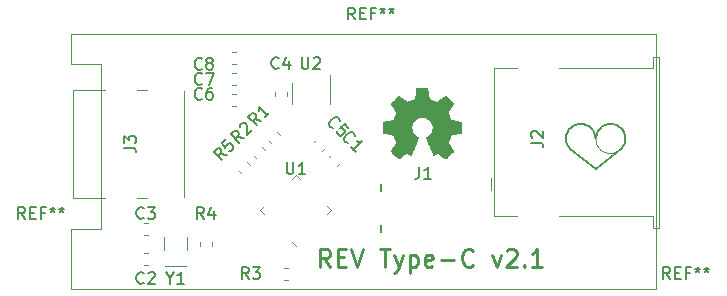
<source format=gbr>
G04 #@! TF.GenerationSoftware,KiCad,Pcbnew,(5.1.2)-1*
G04 #@! TF.CreationDate,2019-06-17T23:04:49-04:00*
G04 #@! TF.ProjectId,REV Type-C V2,52455620-5479-4706-952d-432056322e6b,rev?*
G04 #@! TF.SameCoordinates,Original*
G04 #@! TF.FileFunction,Legend,Top*
G04 #@! TF.FilePolarity,Positive*
%FSLAX46Y46*%
G04 Gerber Fmt 4.6, Leading zero omitted, Abs format (unit mm)*
G04 Created by KiCad (PCBNEW (5.1.2)-1) date 2019-06-17 23:04:49*
%MOMM*%
%LPD*%
G04 APERTURE LIST*
%ADD10C,0.200000*%
%ADD11C,0.120000*%
%ADD12C,0.225000*%
%ADD13C,0.050000*%
%ADD14C,0.010000*%
%ADD15C,0.150000*%
G04 APERTURE END LIST*
D10*
X97790000Y-34290000D02*
X95621974Y-32648026D01*
X99958026Y-32648026D02*
X97790000Y-34290000D01*
X97789999Y-31750000D02*
G75*
G02X99958026Y-32648026I1270001J0D01*
G01*
D11*
X100330000Y-31750000D02*
G75*
G02X100330000Y-31750000I-1270000J0D01*
G01*
D10*
X95621974Y-32648026D02*
G75*
G02X97790000Y-31750000I898026J898026D01*
G01*
D12*
X75320000Y-42588571D02*
X74820000Y-41874285D01*
X74462857Y-42588571D02*
X74462857Y-41088571D01*
X75034285Y-41088571D01*
X75177142Y-41160000D01*
X75248571Y-41231428D01*
X75320000Y-41374285D01*
X75320000Y-41588571D01*
X75248571Y-41731428D01*
X75177142Y-41802857D01*
X75034285Y-41874285D01*
X74462857Y-41874285D01*
X75962857Y-41802857D02*
X76462857Y-41802857D01*
X76677142Y-42588571D02*
X75962857Y-42588571D01*
X75962857Y-41088571D01*
X76677142Y-41088571D01*
X77105714Y-41088571D02*
X77605714Y-42588571D01*
X78105714Y-41088571D01*
X79534285Y-41088571D02*
X80391428Y-41088571D01*
X79962857Y-42588571D02*
X79962857Y-41088571D01*
X80748571Y-41588571D02*
X81105714Y-42588571D01*
X81462857Y-41588571D02*
X81105714Y-42588571D01*
X80962857Y-42945714D01*
X80891428Y-43017142D01*
X80748571Y-43088571D01*
X82034285Y-41588571D02*
X82034285Y-43088571D01*
X82034285Y-41660000D02*
X82177142Y-41588571D01*
X82462857Y-41588571D01*
X82605714Y-41660000D01*
X82677142Y-41731428D01*
X82748571Y-41874285D01*
X82748571Y-42302857D01*
X82677142Y-42445714D01*
X82605714Y-42517142D01*
X82462857Y-42588571D01*
X82177142Y-42588571D01*
X82034285Y-42517142D01*
X83962857Y-42517142D02*
X83820000Y-42588571D01*
X83534285Y-42588571D01*
X83391428Y-42517142D01*
X83320000Y-42374285D01*
X83320000Y-41802857D01*
X83391428Y-41660000D01*
X83534285Y-41588571D01*
X83820000Y-41588571D01*
X83962857Y-41660000D01*
X84034285Y-41802857D01*
X84034285Y-41945714D01*
X83320000Y-42088571D01*
X84677142Y-42017142D02*
X85820000Y-42017142D01*
X87391428Y-42445714D02*
X87320000Y-42517142D01*
X87105714Y-42588571D01*
X86962857Y-42588571D01*
X86748571Y-42517142D01*
X86605714Y-42374285D01*
X86534285Y-42231428D01*
X86462857Y-41945714D01*
X86462857Y-41731428D01*
X86534285Y-41445714D01*
X86605714Y-41302857D01*
X86748571Y-41160000D01*
X86962857Y-41088571D01*
X87105714Y-41088571D01*
X87320000Y-41160000D01*
X87391428Y-41231428D01*
X89034285Y-41588571D02*
X89391428Y-42588571D01*
X89748571Y-41588571D01*
X90248571Y-41231428D02*
X90320000Y-41160000D01*
X90462857Y-41088571D01*
X90820000Y-41088571D01*
X90962857Y-41160000D01*
X91034285Y-41231428D01*
X91105714Y-41374285D01*
X91105714Y-41517142D01*
X91034285Y-41731428D01*
X90177142Y-42588571D01*
X91105714Y-42588571D01*
X91748571Y-42445714D02*
X91820000Y-42517142D01*
X91748571Y-42588571D01*
X91677142Y-42517142D01*
X91748571Y-42445714D01*
X91748571Y-42588571D01*
X93248571Y-42588571D02*
X92391428Y-42588571D01*
X92820000Y-42588571D02*
X92820000Y-41088571D01*
X92677142Y-41302857D01*
X92534285Y-41445714D01*
X92391428Y-41517142D01*
D13*
X55880000Y-22860000D02*
X95250000Y-22860000D01*
X57150000Y-44450000D02*
X95250000Y-44450000D01*
X53340000Y-44450000D02*
X57150000Y-44450000D01*
X53340000Y-22860000D02*
X55880000Y-22860000D01*
X53340000Y-25400000D02*
X53340000Y-22860000D01*
X55880000Y-25400000D02*
X53340000Y-25400000D01*
X55880000Y-39370000D02*
X55880000Y-25400000D01*
X53340000Y-39370000D02*
X55880000Y-39370000D01*
X53340000Y-44450000D02*
X53340000Y-39370000D01*
X102870000Y-44450000D02*
X95250000Y-44450000D01*
X102870000Y-22860000D02*
X102870000Y-44450000D01*
X95250000Y-22860000D02*
X102870000Y-22860000D01*
D14*
G36*
X83625814Y-27948931D02*
G01*
X83709635Y-28393555D01*
X84018920Y-28521053D01*
X84328206Y-28648551D01*
X84699246Y-28396246D01*
X84803157Y-28325996D01*
X84897087Y-28263272D01*
X84976652Y-28210938D01*
X85037470Y-28171857D01*
X85075157Y-28148893D01*
X85085421Y-28143942D01*
X85103910Y-28156676D01*
X85143420Y-28191882D01*
X85199522Y-28245062D01*
X85267787Y-28311718D01*
X85343786Y-28387354D01*
X85423092Y-28467472D01*
X85501275Y-28547574D01*
X85573907Y-28623164D01*
X85636559Y-28689745D01*
X85684803Y-28742818D01*
X85714210Y-28777887D01*
X85721241Y-28789623D01*
X85711123Y-28811260D01*
X85682759Y-28858662D01*
X85639129Y-28927193D01*
X85583218Y-29012215D01*
X85518006Y-29109093D01*
X85480219Y-29164350D01*
X85411343Y-29265248D01*
X85350140Y-29356299D01*
X85299578Y-29432970D01*
X85262628Y-29490728D01*
X85242258Y-29525043D01*
X85239197Y-29532254D01*
X85246136Y-29552748D01*
X85265051Y-29600513D01*
X85293087Y-29668832D01*
X85327391Y-29750989D01*
X85365109Y-29840270D01*
X85403387Y-29929958D01*
X85439370Y-30013338D01*
X85470206Y-30083694D01*
X85493039Y-30134310D01*
X85505017Y-30158471D01*
X85505724Y-30159422D01*
X85524531Y-30164036D01*
X85574618Y-30174328D01*
X85650793Y-30189287D01*
X85747865Y-30207901D01*
X85860643Y-30229159D01*
X85926442Y-30241418D01*
X86046950Y-30264362D01*
X86155797Y-30286195D01*
X86247476Y-30305722D01*
X86316481Y-30321748D01*
X86357304Y-30333079D01*
X86365511Y-30336674D01*
X86373548Y-30361006D01*
X86380033Y-30415959D01*
X86384970Y-30495108D01*
X86388364Y-30592026D01*
X86390218Y-30700287D01*
X86390538Y-30813465D01*
X86389327Y-30925135D01*
X86386590Y-31028868D01*
X86382331Y-31118241D01*
X86376555Y-31186826D01*
X86369267Y-31228197D01*
X86364895Y-31236810D01*
X86338764Y-31247133D01*
X86283393Y-31261892D01*
X86206107Y-31279352D01*
X86114230Y-31297780D01*
X86082158Y-31303741D01*
X85927524Y-31332066D01*
X85805375Y-31354876D01*
X85711673Y-31373080D01*
X85642384Y-31387583D01*
X85593471Y-31399292D01*
X85560897Y-31409115D01*
X85540628Y-31417956D01*
X85528626Y-31426724D01*
X85526947Y-31428457D01*
X85510184Y-31456371D01*
X85484614Y-31510695D01*
X85452788Y-31584777D01*
X85417260Y-31671965D01*
X85380583Y-31765608D01*
X85345311Y-31859052D01*
X85313996Y-31945647D01*
X85289193Y-32018740D01*
X85273454Y-32071678D01*
X85269332Y-32097811D01*
X85269676Y-32098726D01*
X85283641Y-32120086D01*
X85315322Y-32167084D01*
X85361391Y-32234827D01*
X85418518Y-32318423D01*
X85483373Y-32412982D01*
X85501843Y-32439854D01*
X85567699Y-32537275D01*
X85625650Y-32626163D01*
X85672538Y-32701412D01*
X85705207Y-32757920D01*
X85720500Y-32790581D01*
X85721241Y-32794593D01*
X85708392Y-32815684D01*
X85672888Y-32857464D01*
X85619293Y-32915445D01*
X85552171Y-32985135D01*
X85476087Y-33062045D01*
X85395604Y-33141683D01*
X85315287Y-33219561D01*
X85239699Y-33291186D01*
X85173405Y-33352070D01*
X85120969Y-33397721D01*
X85086955Y-33423650D01*
X85077545Y-33427883D01*
X85055643Y-33417912D01*
X85010800Y-33391020D01*
X84950321Y-33351736D01*
X84903789Y-33320117D01*
X84819475Y-33262098D01*
X84719626Y-33193784D01*
X84619473Y-33125579D01*
X84565627Y-33089075D01*
X84383371Y-32965800D01*
X84230381Y-33048520D01*
X84160682Y-33084759D01*
X84101414Y-33112926D01*
X84061311Y-33128991D01*
X84051103Y-33131226D01*
X84038829Y-33114722D01*
X84014613Y-33068082D01*
X83980263Y-32995609D01*
X83937588Y-32901606D01*
X83888394Y-32790374D01*
X83834490Y-32666215D01*
X83777684Y-32533432D01*
X83719782Y-32396327D01*
X83662593Y-32259202D01*
X83607924Y-32126358D01*
X83557584Y-32002098D01*
X83513380Y-31890725D01*
X83477119Y-31796539D01*
X83450609Y-31723844D01*
X83435658Y-31676941D01*
X83433254Y-31660833D01*
X83452311Y-31640286D01*
X83494036Y-31606933D01*
X83549706Y-31567702D01*
X83554378Y-31564599D01*
X83698264Y-31449423D01*
X83814283Y-31315053D01*
X83901430Y-31165784D01*
X83958699Y-31005913D01*
X83985086Y-30839737D01*
X83979585Y-30671552D01*
X83941190Y-30505655D01*
X83868895Y-30346342D01*
X83847626Y-30311487D01*
X83736996Y-30170737D01*
X83606302Y-30057714D01*
X83460064Y-29973003D01*
X83302808Y-29917194D01*
X83139057Y-29890874D01*
X82973333Y-29894630D01*
X82810162Y-29929050D01*
X82654065Y-29994723D01*
X82509567Y-30092235D01*
X82464869Y-30131813D01*
X82351112Y-30255703D01*
X82268218Y-30386124D01*
X82211356Y-30532315D01*
X82179687Y-30677088D01*
X82171869Y-30839860D01*
X82197938Y-31003440D01*
X82255245Y-31162298D01*
X82341144Y-31310906D01*
X82452986Y-31443735D01*
X82588123Y-31555256D01*
X82605883Y-31567011D01*
X82662150Y-31605508D01*
X82704923Y-31638863D01*
X82725372Y-31660160D01*
X82725669Y-31660833D01*
X82721279Y-31683871D01*
X82703876Y-31736157D01*
X82675268Y-31813390D01*
X82637265Y-31911268D01*
X82591674Y-32025491D01*
X82540303Y-32151758D01*
X82484962Y-32285767D01*
X82427458Y-32423218D01*
X82369601Y-32559808D01*
X82313198Y-32691237D01*
X82260058Y-32813205D01*
X82211990Y-32921409D01*
X82170801Y-33011549D01*
X82138301Y-33079323D01*
X82116297Y-33120430D01*
X82107436Y-33131226D01*
X82080360Y-33122819D01*
X82029697Y-33100272D01*
X81964183Y-33067613D01*
X81928159Y-33048520D01*
X81775168Y-32965800D01*
X81592912Y-33089075D01*
X81499875Y-33152228D01*
X81398015Y-33221727D01*
X81302562Y-33287165D01*
X81254750Y-33320117D01*
X81187505Y-33365273D01*
X81130564Y-33401057D01*
X81091354Y-33422938D01*
X81078619Y-33427563D01*
X81060083Y-33415085D01*
X81019059Y-33380252D01*
X80959525Y-33326678D01*
X80885458Y-33257983D01*
X80800835Y-33177781D01*
X80747315Y-33126286D01*
X80653681Y-33034286D01*
X80572759Y-32951999D01*
X80507823Y-32882945D01*
X80462142Y-32830644D01*
X80438989Y-32798616D01*
X80436768Y-32792116D01*
X80447076Y-32767394D01*
X80475561Y-32717405D01*
X80519063Y-32647212D01*
X80574423Y-32561875D01*
X80638480Y-32466456D01*
X80656697Y-32439854D01*
X80723073Y-32343167D01*
X80782622Y-32256117D01*
X80832016Y-32183595D01*
X80867925Y-32130493D01*
X80887019Y-32101703D01*
X80888864Y-32098726D01*
X80886105Y-32075782D01*
X80871462Y-32025336D01*
X80847487Y-31954041D01*
X80816734Y-31868547D01*
X80781756Y-31775507D01*
X80745107Y-31681574D01*
X80709339Y-31593399D01*
X80677006Y-31517634D01*
X80650662Y-31460931D01*
X80632858Y-31429943D01*
X80631593Y-31428457D01*
X80620706Y-31419601D01*
X80602318Y-31410843D01*
X80572394Y-31401277D01*
X80526897Y-31389996D01*
X80461791Y-31376093D01*
X80373039Y-31358663D01*
X80256607Y-31336798D01*
X80108458Y-31309591D01*
X80076382Y-31303741D01*
X79981314Y-31285374D01*
X79898435Y-31267405D01*
X79835070Y-31251569D01*
X79798542Y-31239600D01*
X79793644Y-31236810D01*
X79785573Y-31212072D01*
X79779013Y-31156790D01*
X79773967Y-31077389D01*
X79770441Y-30980296D01*
X79768439Y-30871938D01*
X79767964Y-30758740D01*
X79769023Y-30647128D01*
X79771618Y-30543529D01*
X79775754Y-30454368D01*
X79781437Y-30386072D01*
X79788669Y-30345066D01*
X79793029Y-30336674D01*
X79817302Y-30328208D01*
X79872574Y-30314435D01*
X79953338Y-30296550D01*
X80054088Y-30275748D01*
X80169317Y-30253223D01*
X80232098Y-30241418D01*
X80351213Y-30219151D01*
X80457435Y-30198979D01*
X80545573Y-30181915D01*
X80610434Y-30168969D01*
X80646826Y-30161155D01*
X80652816Y-30159422D01*
X80662939Y-30139890D01*
X80684338Y-30092843D01*
X80714161Y-30025003D01*
X80749555Y-29943091D01*
X80787668Y-29853828D01*
X80825647Y-29763935D01*
X80860640Y-29680135D01*
X80889794Y-29609147D01*
X80910257Y-29557694D01*
X80919177Y-29532497D01*
X80919343Y-29531396D01*
X80909231Y-29511519D01*
X80880883Y-29465777D01*
X80837277Y-29398717D01*
X80781394Y-29314884D01*
X80716213Y-29218826D01*
X80678321Y-29163650D01*
X80609275Y-29062481D01*
X80547950Y-28970630D01*
X80497337Y-28892744D01*
X80460429Y-28833469D01*
X80440218Y-28797451D01*
X80437299Y-28789377D01*
X80449847Y-28770584D01*
X80484537Y-28730457D01*
X80536937Y-28673493D01*
X80602616Y-28604185D01*
X80677144Y-28527031D01*
X80756087Y-28446525D01*
X80835017Y-28367163D01*
X80909500Y-28293440D01*
X80975106Y-28229852D01*
X81027404Y-28180894D01*
X81061961Y-28151061D01*
X81073522Y-28143942D01*
X81092346Y-28153953D01*
X81137369Y-28182078D01*
X81204213Y-28225454D01*
X81288501Y-28281218D01*
X81385856Y-28346506D01*
X81459293Y-28396246D01*
X81830333Y-28648551D01*
X82448905Y-28393555D01*
X82532725Y-27948931D01*
X82616546Y-27504307D01*
X83541994Y-27504307D01*
X83625814Y-27948931D01*
X83625814Y-27948931D01*
G37*
X83625814Y-27948931D02*
X83709635Y-28393555D01*
X84018920Y-28521053D01*
X84328206Y-28648551D01*
X84699246Y-28396246D01*
X84803157Y-28325996D01*
X84897087Y-28263272D01*
X84976652Y-28210938D01*
X85037470Y-28171857D01*
X85075157Y-28148893D01*
X85085421Y-28143942D01*
X85103910Y-28156676D01*
X85143420Y-28191882D01*
X85199522Y-28245062D01*
X85267787Y-28311718D01*
X85343786Y-28387354D01*
X85423092Y-28467472D01*
X85501275Y-28547574D01*
X85573907Y-28623164D01*
X85636559Y-28689745D01*
X85684803Y-28742818D01*
X85714210Y-28777887D01*
X85721241Y-28789623D01*
X85711123Y-28811260D01*
X85682759Y-28858662D01*
X85639129Y-28927193D01*
X85583218Y-29012215D01*
X85518006Y-29109093D01*
X85480219Y-29164350D01*
X85411343Y-29265248D01*
X85350140Y-29356299D01*
X85299578Y-29432970D01*
X85262628Y-29490728D01*
X85242258Y-29525043D01*
X85239197Y-29532254D01*
X85246136Y-29552748D01*
X85265051Y-29600513D01*
X85293087Y-29668832D01*
X85327391Y-29750989D01*
X85365109Y-29840270D01*
X85403387Y-29929958D01*
X85439370Y-30013338D01*
X85470206Y-30083694D01*
X85493039Y-30134310D01*
X85505017Y-30158471D01*
X85505724Y-30159422D01*
X85524531Y-30164036D01*
X85574618Y-30174328D01*
X85650793Y-30189287D01*
X85747865Y-30207901D01*
X85860643Y-30229159D01*
X85926442Y-30241418D01*
X86046950Y-30264362D01*
X86155797Y-30286195D01*
X86247476Y-30305722D01*
X86316481Y-30321748D01*
X86357304Y-30333079D01*
X86365511Y-30336674D01*
X86373548Y-30361006D01*
X86380033Y-30415959D01*
X86384970Y-30495108D01*
X86388364Y-30592026D01*
X86390218Y-30700287D01*
X86390538Y-30813465D01*
X86389327Y-30925135D01*
X86386590Y-31028868D01*
X86382331Y-31118241D01*
X86376555Y-31186826D01*
X86369267Y-31228197D01*
X86364895Y-31236810D01*
X86338764Y-31247133D01*
X86283393Y-31261892D01*
X86206107Y-31279352D01*
X86114230Y-31297780D01*
X86082158Y-31303741D01*
X85927524Y-31332066D01*
X85805375Y-31354876D01*
X85711673Y-31373080D01*
X85642384Y-31387583D01*
X85593471Y-31399292D01*
X85560897Y-31409115D01*
X85540628Y-31417956D01*
X85528626Y-31426724D01*
X85526947Y-31428457D01*
X85510184Y-31456371D01*
X85484614Y-31510695D01*
X85452788Y-31584777D01*
X85417260Y-31671965D01*
X85380583Y-31765608D01*
X85345311Y-31859052D01*
X85313996Y-31945647D01*
X85289193Y-32018740D01*
X85273454Y-32071678D01*
X85269332Y-32097811D01*
X85269676Y-32098726D01*
X85283641Y-32120086D01*
X85315322Y-32167084D01*
X85361391Y-32234827D01*
X85418518Y-32318423D01*
X85483373Y-32412982D01*
X85501843Y-32439854D01*
X85567699Y-32537275D01*
X85625650Y-32626163D01*
X85672538Y-32701412D01*
X85705207Y-32757920D01*
X85720500Y-32790581D01*
X85721241Y-32794593D01*
X85708392Y-32815684D01*
X85672888Y-32857464D01*
X85619293Y-32915445D01*
X85552171Y-32985135D01*
X85476087Y-33062045D01*
X85395604Y-33141683D01*
X85315287Y-33219561D01*
X85239699Y-33291186D01*
X85173405Y-33352070D01*
X85120969Y-33397721D01*
X85086955Y-33423650D01*
X85077545Y-33427883D01*
X85055643Y-33417912D01*
X85010800Y-33391020D01*
X84950321Y-33351736D01*
X84903789Y-33320117D01*
X84819475Y-33262098D01*
X84719626Y-33193784D01*
X84619473Y-33125579D01*
X84565627Y-33089075D01*
X84383371Y-32965800D01*
X84230381Y-33048520D01*
X84160682Y-33084759D01*
X84101414Y-33112926D01*
X84061311Y-33128991D01*
X84051103Y-33131226D01*
X84038829Y-33114722D01*
X84014613Y-33068082D01*
X83980263Y-32995609D01*
X83937588Y-32901606D01*
X83888394Y-32790374D01*
X83834490Y-32666215D01*
X83777684Y-32533432D01*
X83719782Y-32396327D01*
X83662593Y-32259202D01*
X83607924Y-32126358D01*
X83557584Y-32002098D01*
X83513380Y-31890725D01*
X83477119Y-31796539D01*
X83450609Y-31723844D01*
X83435658Y-31676941D01*
X83433254Y-31660833D01*
X83452311Y-31640286D01*
X83494036Y-31606933D01*
X83549706Y-31567702D01*
X83554378Y-31564599D01*
X83698264Y-31449423D01*
X83814283Y-31315053D01*
X83901430Y-31165784D01*
X83958699Y-31005913D01*
X83985086Y-30839737D01*
X83979585Y-30671552D01*
X83941190Y-30505655D01*
X83868895Y-30346342D01*
X83847626Y-30311487D01*
X83736996Y-30170737D01*
X83606302Y-30057714D01*
X83460064Y-29973003D01*
X83302808Y-29917194D01*
X83139057Y-29890874D01*
X82973333Y-29894630D01*
X82810162Y-29929050D01*
X82654065Y-29994723D01*
X82509567Y-30092235D01*
X82464869Y-30131813D01*
X82351112Y-30255703D01*
X82268218Y-30386124D01*
X82211356Y-30532315D01*
X82179687Y-30677088D01*
X82171869Y-30839860D01*
X82197938Y-31003440D01*
X82255245Y-31162298D01*
X82341144Y-31310906D01*
X82452986Y-31443735D01*
X82588123Y-31555256D01*
X82605883Y-31567011D01*
X82662150Y-31605508D01*
X82704923Y-31638863D01*
X82725372Y-31660160D01*
X82725669Y-31660833D01*
X82721279Y-31683871D01*
X82703876Y-31736157D01*
X82675268Y-31813390D01*
X82637265Y-31911268D01*
X82591674Y-32025491D01*
X82540303Y-32151758D01*
X82484962Y-32285767D01*
X82427458Y-32423218D01*
X82369601Y-32559808D01*
X82313198Y-32691237D01*
X82260058Y-32813205D01*
X82211990Y-32921409D01*
X82170801Y-33011549D01*
X82138301Y-33079323D01*
X82116297Y-33120430D01*
X82107436Y-33131226D01*
X82080360Y-33122819D01*
X82029697Y-33100272D01*
X81964183Y-33067613D01*
X81928159Y-33048520D01*
X81775168Y-32965800D01*
X81592912Y-33089075D01*
X81499875Y-33152228D01*
X81398015Y-33221727D01*
X81302562Y-33287165D01*
X81254750Y-33320117D01*
X81187505Y-33365273D01*
X81130564Y-33401057D01*
X81091354Y-33422938D01*
X81078619Y-33427563D01*
X81060083Y-33415085D01*
X81019059Y-33380252D01*
X80959525Y-33326678D01*
X80885458Y-33257983D01*
X80800835Y-33177781D01*
X80747315Y-33126286D01*
X80653681Y-33034286D01*
X80572759Y-32951999D01*
X80507823Y-32882945D01*
X80462142Y-32830644D01*
X80438989Y-32798616D01*
X80436768Y-32792116D01*
X80447076Y-32767394D01*
X80475561Y-32717405D01*
X80519063Y-32647212D01*
X80574423Y-32561875D01*
X80638480Y-32466456D01*
X80656697Y-32439854D01*
X80723073Y-32343167D01*
X80782622Y-32256117D01*
X80832016Y-32183595D01*
X80867925Y-32130493D01*
X80887019Y-32101703D01*
X80888864Y-32098726D01*
X80886105Y-32075782D01*
X80871462Y-32025336D01*
X80847487Y-31954041D01*
X80816734Y-31868547D01*
X80781756Y-31775507D01*
X80745107Y-31681574D01*
X80709339Y-31593399D01*
X80677006Y-31517634D01*
X80650662Y-31460931D01*
X80632858Y-31429943D01*
X80631593Y-31428457D01*
X80620706Y-31419601D01*
X80602318Y-31410843D01*
X80572394Y-31401277D01*
X80526897Y-31389996D01*
X80461791Y-31376093D01*
X80373039Y-31358663D01*
X80256607Y-31336798D01*
X80108458Y-31309591D01*
X80076382Y-31303741D01*
X79981314Y-31285374D01*
X79898435Y-31267405D01*
X79835070Y-31251569D01*
X79798542Y-31239600D01*
X79793644Y-31236810D01*
X79785573Y-31212072D01*
X79779013Y-31156790D01*
X79773967Y-31077389D01*
X79770441Y-30980296D01*
X79768439Y-30871938D01*
X79767964Y-30758740D01*
X79769023Y-30647128D01*
X79771618Y-30543529D01*
X79775754Y-30454368D01*
X79781437Y-30386072D01*
X79788669Y-30345066D01*
X79793029Y-30336674D01*
X79817302Y-30328208D01*
X79872574Y-30314435D01*
X79953338Y-30296550D01*
X80054088Y-30275748D01*
X80169317Y-30253223D01*
X80232098Y-30241418D01*
X80351213Y-30219151D01*
X80457435Y-30198979D01*
X80545573Y-30181915D01*
X80610434Y-30168969D01*
X80646826Y-30161155D01*
X80652816Y-30159422D01*
X80662939Y-30139890D01*
X80684338Y-30092843D01*
X80714161Y-30025003D01*
X80749555Y-29943091D01*
X80787668Y-29853828D01*
X80825647Y-29763935D01*
X80860640Y-29680135D01*
X80889794Y-29609147D01*
X80910257Y-29557694D01*
X80919177Y-29532497D01*
X80919343Y-29531396D01*
X80909231Y-29511519D01*
X80880883Y-29465777D01*
X80837277Y-29398717D01*
X80781394Y-29314884D01*
X80716213Y-29218826D01*
X80678321Y-29163650D01*
X80609275Y-29062481D01*
X80547950Y-28970630D01*
X80497337Y-28892744D01*
X80460429Y-28833469D01*
X80440218Y-28797451D01*
X80437299Y-28789377D01*
X80449847Y-28770584D01*
X80484537Y-28730457D01*
X80536937Y-28673493D01*
X80602616Y-28604185D01*
X80677144Y-28527031D01*
X80756087Y-28446525D01*
X80835017Y-28367163D01*
X80909500Y-28293440D01*
X80975106Y-28229852D01*
X81027404Y-28180894D01*
X81061961Y-28151061D01*
X81073522Y-28143942D01*
X81092346Y-28153953D01*
X81137369Y-28182078D01*
X81204213Y-28225454D01*
X81288501Y-28281218D01*
X81385856Y-28346506D01*
X81459293Y-28396246D01*
X81830333Y-28648551D01*
X82448905Y-28393555D01*
X82532725Y-27948931D01*
X82616546Y-27504307D01*
X83541994Y-27504307D01*
X83625814Y-27948931D01*
D11*
X103160000Y-39310000D02*
X103160000Y-24810000D01*
X103160000Y-24810000D02*
X102660000Y-24810000D01*
X102660000Y-24810000D02*
X102660000Y-25810000D01*
X102660000Y-25810000D02*
X94660000Y-25810000D01*
X91160000Y-25810000D02*
X89160000Y-25810000D01*
X89160000Y-25810000D02*
X89160000Y-38310000D01*
X89160000Y-38310000D02*
X91160000Y-38310000D01*
X94660000Y-38310000D02*
X102660000Y-38310000D01*
X102660000Y-38310000D02*
X102660000Y-39310000D01*
X102660000Y-39310000D02*
X103160000Y-39310000D01*
X88910000Y-36060000D02*
X88910000Y-35060000D01*
X59830000Y-27590000D02*
X58930000Y-27590000D01*
X59830000Y-36780000D02*
X58930000Y-36780000D01*
X56230000Y-27590000D02*
X53500000Y-27590000D01*
X56230000Y-36780000D02*
X53500000Y-36780000D01*
X62910000Y-27710000D02*
X62910000Y-36660000D01*
X53500000Y-27590000D02*
X53500000Y-36780000D01*
X69775593Y-32696426D02*
X69545388Y-32466221D01*
X69054344Y-33417675D02*
X68824139Y-33187470D01*
X71041314Y-31430705D02*
X70811109Y-31200500D01*
X70320065Y-32151954D02*
X70089860Y-31921749D01*
D15*
X79610000Y-36195000D02*
X79610000Y-35595000D01*
X79610000Y-39095000D02*
X79610000Y-39695000D01*
D11*
X72054124Y-40468064D02*
X72390000Y-40803940D01*
X72390000Y-34835958D02*
X72054124Y-35171834D01*
X72725876Y-35171834D02*
X72390000Y-34835958D01*
X75373991Y-37819949D02*
X75038115Y-38155825D01*
X75038115Y-37484073D02*
X75373991Y-37819949D01*
X69406009Y-37819949D02*
X69741885Y-37484073D01*
X69741885Y-38155825D02*
X69406009Y-37819949D01*
X75270000Y-28840000D02*
X75270000Y-26390000D01*
X72050000Y-27040000D02*
X72050000Y-28840000D01*
X70610000Y-27777221D02*
X70610000Y-28102779D01*
X71630000Y-27777221D02*
X71630000Y-28102779D01*
X75888675Y-34052574D02*
X76118880Y-33822369D01*
X75167426Y-33331325D02*
X75397631Y-33101120D01*
X61330000Y-42570000D02*
X63130000Y-42570000D01*
X63180000Y-41170000D02*
X63180000Y-40070000D01*
X61280000Y-41170000D02*
X61280000Y-40070000D01*
X67558418Y-34453192D02*
X67788623Y-34683397D01*
X68279667Y-33731943D02*
X68509872Y-33962148D01*
X64260000Y-40477221D02*
X64260000Y-40802779D01*
X65280000Y-40477221D02*
X65280000Y-40802779D01*
X71439721Y-43690000D02*
X71765279Y-43690000D01*
X71439721Y-42670000D02*
X71765279Y-42670000D01*
X67309214Y-24427500D02*
X66983656Y-24427500D01*
X67309214Y-25447500D02*
X66983656Y-25447500D01*
X67309214Y-26217500D02*
X66983656Y-26217500D01*
X67309214Y-27237500D02*
X66983656Y-27237500D01*
X67309214Y-28007500D02*
X66983656Y-28007500D01*
X67309214Y-29027500D02*
X66983656Y-29027500D01*
X74618675Y-32782574D02*
X74848880Y-32552369D01*
X73897426Y-32061325D02*
X74127631Y-31831120D01*
X59852779Y-38860000D02*
X59527221Y-38860000D01*
X59852779Y-39880000D02*
X59527221Y-39880000D01*
X59852779Y-41400000D02*
X59527221Y-41400000D01*
X59852779Y-42420000D02*
X59527221Y-42420000D01*
D15*
X92332380Y-32083333D02*
X93046666Y-32083333D01*
X93189523Y-32130952D01*
X93284761Y-32226190D01*
X93332380Y-32369047D01*
X93332380Y-32464285D01*
X92427619Y-31654761D02*
X92380000Y-31607142D01*
X92332380Y-31511904D01*
X92332380Y-31273809D01*
X92380000Y-31178571D01*
X92427619Y-31130952D01*
X92522857Y-31083333D01*
X92618095Y-31083333D01*
X92760952Y-31130952D01*
X93332380Y-31702380D01*
X93332380Y-31083333D01*
X57872380Y-32518333D02*
X58586666Y-32518333D01*
X58729523Y-32565952D01*
X58824761Y-32661190D01*
X58872380Y-32804047D01*
X58872380Y-32899285D01*
X57872380Y-32137380D02*
X57872380Y-31518333D01*
X58253333Y-31851666D01*
X58253333Y-31708809D01*
X58300952Y-31613571D01*
X58348571Y-31565952D01*
X58443809Y-31518333D01*
X58681904Y-31518333D01*
X58777142Y-31565952D01*
X58824761Y-31613571D01*
X58872380Y-31708809D01*
X58872380Y-31994523D01*
X58824761Y-32089761D01*
X58777142Y-32137380D01*
X49466666Y-38552380D02*
X49133333Y-38076190D01*
X48895238Y-38552380D02*
X48895238Y-37552380D01*
X49276190Y-37552380D01*
X49371428Y-37600000D01*
X49419047Y-37647619D01*
X49466666Y-37742857D01*
X49466666Y-37885714D01*
X49419047Y-37980952D01*
X49371428Y-38028571D01*
X49276190Y-38076190D01*
X48895238Y-38076190D01*
X49895238Y-38028571D02*
X50228571Y-38028571D01*
X50371428Y-38552380D02*
X49895238Y-38552380D01*
X49895238Y-37552380D01*
X50371428Y-37552380D01*
X51133333Y-38028571D02*
X50800000Y-38028571D01*
X50800000Y-38552380D02*
X50800000Y-37552380D01*
X51276190Y-37552380D01*
X51800000Y-37552380D02*
X51800000Y-37790476D01*
X51561904Y-37695238D02*
X51800000Y-37790476D01*
X52038095Y-37695238D01*
X51657142Y-37980952D02*
X51800000Y-37790476D01*
X51942857Y-37980952D01*
X52561904Y-37552380D02*
X52561904Y-37790476D01*
X52323809Y-37695238D02*
X52561904Y-37790476D01*
X52800000Y-37695238D01*
X52419047Y-37980952D02*
X52561904Y-37790476D01*
X52704761Y-37980952D01*
X104076666Y-43632380D02*
X103743333Y-43156190D01*
X103505238Y-43632380D02*
X103505238Y-42632380D01*
X103886190Y-42632380D01*
X103981428Y-42680000D01*
X104029047Y-42727619D01*
X104076666Y-42822857D01*
X104076666Y-42965714D01*
X104029047Y-43060952D01*
X103981428Y-43108571D01*
X103886190Y-43156190D01*
X103505238Y-43156190D01*
X104505238Y-43108571D02*
X104838571Y-43108571D01*
X104981428Y-43632380D02*
X104505238Y-43632380D01*
X104505238Y-42632380D01*
X104981428Y-42632380D01*
X105743333Y-43108571D02*
X105410000Y-43108571D01*
X105410000Y-43632380D02*
X105410000Y-42632380D01*
X105886190Y-42632380D01*
X106410000Y-42632380D02*
X106410000Y-42870476D01*
X106171904Y-42775238D02*
X106410000Y-42870476D01*
X106648095Y-42775238D01*
X106267142Y-43060952D02*
X106410000Y-42870476D01*
X106552857Y-43060952D01*
X107171904Y-42632380D02*
X107171904Y-42870476D01*
X106933809Y-42775238D02*
X107171904Y-42870476D01*
X107410000Y-42775238D01*
X107029047Y-43060952D02*
X107171904Y-42870476D01*
X107314761Y-43060952D01*
X68012030Y-31687732D02*
X67439610Y-31586717D01*
X67607969Y-32091793D02*
X66900862Y-31384687D01*
X67170236Y-31115312D01*
X67271251Y-31081641D01*
X67338595Y-31081641D01*
X67439610Y-31115312D01*
X67540625Y-31216328D01*
X67574297Y-31317343D01*
X67574297Y-31384687D01*
X67540625Y-31485702D01*
X67271251Y-31755076D01*
X67641641Y-30778595D02*
X67641641Y-30711251D01*
X67675312Y-30610236D01*
X67843671Y-30441877D01*
X67944687Y-30408206D01*
X68012030Y-30408206D01*
X68113045Y-30441877D01*
X68180389Y-30509221D01*
X68247732Y-30643908D01*
X68247732Y-31452030D01*
X68685465Y-31014297D01*
X69482030Y-30217732D02*
X68909610Y-30116717D01*
X69077969Y-30621793D02*
X68370862Y-29914687D01*
X68640236Y-29645312D01*
X68741251Y-29611641D01*
X68808595Y-29611641D01*
X68909610Y-29645312D01*
X69010625Y-29746328D01*
X69044297Y-29847343D01*
X69044297Y-29914687D01*
X69010625Y-30015702D01*
X68741251Y-30285076D01*
X70155465Y-29544297D02*
X69751404Y-29948358D01*
X69953435Y-29746328D02*
X69246328Y-29039221D01*
X69280000Y-29207580D01*
X69280000Y-29342267D01*
X69246328Y-29443282D01*
X77406666Y-21652380D02*
X77073333Y-21176190D01*
X76835238Y-21652380D02*
X76835238Y-20652380D01*
X77216190Y-20652380D01*
X77311428Y-20700000D01*
X77359047Y-20747619D01*
X77406666Y-20842857D01*
X77406666Y-20985714D01*
X77359047Y-21080952D01*
X77311428Y-21128571D01*
X77216190Y-21176190D01*
X76835238Y-21176190D01*
X77835238Y-21128571D02*
X78168571Y-21128571D01*
X78311428Y-21652380D02*
X77835238Y-21652380D01*
X77835238Y-20652380D01*
X78311428Y-20652380D01*
X79073333Y-21128571D02*
X78740000Y-21128571D01*
X78740000Y-21652380D02*
X78740000Y-20652380D01*
X79216190Y-20652380D01*
X79740000Y-20652380D02*
X79740000Y-20890476D01*
X79501904Y-20795238D02*
X79740000Y-20890476D01*
X79978095Y-20795238D01*
X79597142Y-21080952D02*
X79740000Y-20890476D01*
X79882857Y-21080952D01*
X80501904Y-20652380D02*
X80501904Y-20890476D01*
X80263809Y-20795238D02*
X80501904Y-20890476D01*
X80740000Y-20795238D01*
X80359047Y-21080952D02*
X80501904Y-20890476D01*
X80644761Y-21080952D01*
X82846666Y-34137380D02*
X82846666Y-34851666D01*
X82799047Y-34994523D01*
X82703809Y-35089761D01*
X82560952Y-35137380D01*
X82465714Y-35137380D01*
X83846666Y-35137380D02*
X83275238Y-35137380D01*
X83560952Y-35137380D02*
X83560952Y-34137380D01*
X83465714Y-34280238D01*
X83370476Y-34375476D01*
X83275238Y-34423095D01*
X71628095Y-33742380D02*
X71628095Y-34551904D01*
X71675714Y-34647142D01*
X71723333Y-34694761D01*
X71818571Y-34742380D01*
X72009047Y-34742380D01*
X72104285Y-34694761D01*
X72151904Y-34647142D01*
X72199523Y-34551904D01*
X72199523Y-33742380D01*
X73199523Y-34742380D02*
X72628095Y-34742380D01*
X72913809Y-34742380D02*
X72913809Y-33742380D01*
X72818571Y-33885238D01*
X72723333Y-33980476D01*
X72628095Y-34028095D01*
X72898095Y-24852380D02*
X72898095Y-25661904D01*
X72945714Y-25757142D01*
X72993333Y-25804761D01*
X73088571Y-25852380D01*
X73279047Y-25852380D01*
X73374285Y-25804761D01*
X73421904Y-25757142D01*
X73469523Y-25661904D01*
X73469523Y-24852380D01*
X73898095Y-24947619D02*
X73945714Y-24900000D01*
X74040952Y-24852380D01*
X74279047Y-24852380D01*
X74374285Y-24900000D01*
X74421904Y-24947619D01*
X74469523Y-25042857D01*
X74469523Y-25138095D01*
X74421904Y-25280952D01*
X73850476Y-25852380D01*
X74469523Y-25852380D01*
X70953333Y-25757142D02*
X70905714Y-25804761D01*
X70762857Y-25852380D01*
X70667619Y-25852380D01*
X70524761Y-25804761D01*
X70429523Y-25709523D01*
X70381904Y-25614285D01*
X70334285Y-25423809D01*
X70334285Y-25280952D01*
X70381904Y-25090476D01*
X70429523Y-24995238D01*
X70524761Y-24900000D01*
X70667619Y-24852380D01*
X70762857Y-24852380D01*
X70905714Y-24900000D01*
X70953333Y-24947619D01*
X71810476Y-25185714D02*
X71810476Y-25852380D01*
X71572380Y-24804761D02*
X71334285Y-25519047D01*
X71953333Y-25519047D01*
X76849610Y-32134687D02*
X76782267Y-32134687D01*
X76647580Y-32067343D01*
X76580236Y-31999999D01*
X76512893Y-31865312D01*
X76512893Y-31730625D01*
X76546564Y-31629610D01*
X76647580Y-31461251D01*
X76748595Y-31360236D01*
X76916954Y-31259221D01*
X77017969Y-31225549D01*
X77152656Y-31225549D01*
X77287343Y-31292893D01*
X77354687Y-31360236D01*
X77422030Y-31494923D01*
X77422030Y-31562267D01*
X77455702Y-32875465D02*
X77051641Y-32471404D01*
X77253671Y-32673435D02*
X77960778Y-31966328D01*
X77792419Y-32000000D01*
X77657732Y-31999999D01*
X77556717Y-31966328D01*
X61753809Y-43556190D02*
X61753809Y-44032380D01*
X61420476Y-43032380D02*
X61753809Y-43556190D01*
X62087142Y-43032380D01*
X62944285Y-44032380D02*
X62372857Y-44032380D01*
X62658571Y-44032380D02*
X62658571Y-43032380D01*
X62563333Y-43175238D01*
X62468095Y-43270476D01*
X62372857Y-43318095D01*
X66542030Y-33157732D02*
X65969610Y-33056717D01*
X66137969Y-33561793D02*
X65430862Y-32854687D01*
X65700236Y-32585312D01*
X65801251Y-32551641D01*
X65868595Y-32551641D01*
X65969610Y-32585312D01*
X66070625Y-32686328D01*
X66104297Y-32787343D01*
X66104297Y-32854687D01*
X66070625Y-32955702D01*
X65801251Y-33225076D01*
X66474687Y-31810862D02*
X66137969Y-32147580D01*
X66441015Y-32517969D01*
X66441015Y-32450625D01*
X66474687Y-32349610D01*
X66643045Y-32181251D01*
X66744061Y-32147580D01*
X66811404Y-32147580D01*
X66912419Y-32181251D01*
X67080778Y-32349610D01*
X67114450Y-32450625D01*
X67114450Y-32517969D01*
X67080778Y-32618984D01*
X66912419Y-32787343D01*
X66811404Y-32821015D01*
X66744061Y-32821015D01*
X64603333Y-38552380D02*
X64270000Y-38076190D01*
X64031904Y-38552380D02*
X64031904Y-37552380D01*
X64412857Y-37552380D01*
X64508095Y-37600000D01*
X64555714Y-37647619D01*
X64603333Y-37742857D01*
X64603333Y-37885714D01*
X64555714Y-37980952D01*
X64508095Y-38028571D01*
X64412857Y-38076190D01*
X64031904Y-38076190D01*
X65460476Y-37885714D02*
X65460476Y-38552380D01*
X65222380Y-37504761D02*
X64984285Y-38219047D01*
X65603333Y-38219047D01*
X68413333Y-43632380D02*
X68080000Y-43156190D01*
X67841904Y-43632380D02*
X67841904Y-42632380D01*
X68222857Y-42632380D01*
X68318095Y-42680000D01*
X68365714Y-42727619D01*
X68413333Y-42822857D01*
X68413333Y-42965714D01*
X68365714Y-43060952D01*
X68318095Y-43108571D01*
X68222857Y-43156190D01*
X67841904Y-43156190D01*
X68746666Y-42632380D02*
X69365714Y-42632380D01*
X69032380Y-43013333D01*
X69175238Y-43013333D01*
X69270476Y-43060952D01*
X69318095Y-43108571D01*
X69365714Y-43203809D01*
X69365714Y-43441904D01*
X69318095Y-43537142D01*
X69270476Y-43584761D01*
X69175238Y-43632380D01*
X68889523Y-43632380D01*
X68794285Y-43584761D01*
X68746666Y-43537142D01*
X64439768Y-25814642D02*
X64392149Y-25862261D01*
X64249292Y-25909880D01*
X64154054Y-25909880D01*
X64011196Y-25862261D01*
X63915958Y-25767023D01*
X63868339Y-25671785D01*
X63820720Y-25481309D01*
X63820720Y-25338452D01*
X63868339Y-25147976D01*
X63915958Y-25052738D01*
X64011196Y-24957500D01*
X64154054Y-24909880D01*
X64249292Y-24909880D01*
X64392149Y-24957500D01*
X64439768Y-25005119D01*
X65011196Y-25338452D02*
X64915958Y-25290833D01*
X64868339Y-25243214D01*
X64820720Y-25147976D01*
X64820720Y-25100357D01*
X64868339Y-25005119D01*
X64915958Y-24957500D01*
X65011196Y-24909880D01*
X65201673Y-24909880D01*
X65296911Y-24957500D01*
X65344530Y-25005119D01*
X65392149Y-25100357D01*
X65392149Y-25147976D01*
X65344530Y-25243214D01*
X65296911Y-25290833D01*
X65201673Y-25338452D01*
X65011196Y-25338452D01*
X64915958Y-25386071D01*
X64868339Y-25433690D01*
X64820720Y-25528928D01*
X64820720Y-25719404D01*
X64868339Y-25814642D01*
X64915958Y-25862261D01*
X65011196Y-25909880D01*
X65201673Y-25909880D01*
X65296911Y-25862261D01*
X65344530Y-25814642D01*
X65392149Y-25719404D01*
X65392149Y-25528928D01*
X65344530Y-25433690D01*
X65296911Y-25386071D01*
X65201673Y-25338452D01*
X64439768Y-27084642D02*
X64392149Y-27132261D01*
X64249292Y-27179880D01*
X64154054Y-27179880D01*
X64011196Y-27132261D01*
X63915958Y-27037023D01*
X63868339Y-26941785D01*
X63820720Y-26751309D01*
X63820720Y-26608452D01*
X63868339Y-26417976D01*
X63915958Y-26322738D01*
X64011196Y-26227500D01*
X64154054Y-26179880D01*
X64249292Y-26179880D01*
X64392149Y-26227500D01*
X64439768Y-26275119D01*
X64773101Y-26179880D02*
X65439768Y-26179880D01*
X65011196Y-27179880D01*
X64439768Y-28354642D02*
X64392149Y-28402261D01*
X64249292Y-28449880D01*
X64154054Y-28449880D01*
X64011196Y-28402261D01*
X63915958Y-28307023D01*
X63868339Y-28211785D01*
X63820720Y-28021309D01*
X63820720Y-27878452D01*
X63868339Y-27687976D01*
X63915958Y-27592738D01*
X64011196Y-27497500D01*
X64154054Y-27449880D01*
X64249292Y-27449880D01*
X64392149Y-27497500D01*
X64439768Y-27545119D01*
X65296911Y-27449880D02*
X65106435Y-27449880D01*
X65011196Y-27497500D01*
X64963577Y-27545119D01*
X64868339Y-27687976D01*
X64820720Y-27878452D01*
X64820720Y-28259404D01*
X64868339Y-28354642D01*
X64915958Y-28402261D01*
X65011196Y-28449880D01*
X65201673Y-28449880D01*
X65296911Y-28402261D01*
X65344530Y-28354642D01*
X65392149Y-28259404D01*
X65392149Y-28021309D01*
X65344530Y-27926071D01*
X65296911Y-27878452D01*
X65201673Y-27830833D01*
X65011196Y-27830833D01*
X64915958Y-27878452D01*
X64868339Y-27926071D01*
X64820720Y-28021309D01*
X75579610Y-30864687D02*
X75512267Y-30864687D01*
X75377580Y-30797343D01*
X75310236Y-30729999D01*
X75242893Y-30595312D01*
X75242893Y-30460625D01*
X75276564Y-30359610D01*
X75377580Y-30191251D01*
X75478595Y-30090236D01*
X75646954Y-29989221D01*
X75747969Y-29955549D01*
X75882656Y-29955549D01*
X76017343Y-30022893D01*
X76084687Y-30090236D01*
X76152030Y-30224923D01*
X76152030Y-30292267D01*
X76859137Y-30864687D02*
X76522419Y-30527969D01*
X76152030Y-30831015D01*
X76219374Y-30831015D01*
X76320389Y-30864687D01*
X76488748Y-31033045D01*
X76522419Y-31134061D01*
X76522419Y-31201404D01*
X76488748Y-31302419D01*
X76320389Y-31470778D01*
X76219374Y-31504450D01*
X76152030Y-31504450D01*
X76051015Y-31470778D01*
X75882656Y-31302419D01*
X75848984Y-31201404D01*
X75848984Y-31134061D01*
X59523333Y-38457142D02*
X59475714Y-38504761D01*
X59332857Y-38552380D01*
X59237619Y-38552380D01*
X59094761Y-38504761D01*
X58999523Y-38409523D01*
X58951904Y-38314285D01*
X58904285Y-38123809D01*
X58904285Y-37980952D01*
X58951904Y-37790476D01*
X58999523Y-37695238D01*
X59094761Y-37600000D01*
X59237619Y-37552380D01*
X59332857Y-37552380D01*
X59475714Y-37600000D01*
X59523333Y-37647619D01*
X59856666Y-37552380D02*
X60475714Y-37552380D01*
X60142380Y-37933333D01*
X60285238Y-37933333D01*
X60380476Y-37980952D01*
X60428095Y-38028571D01*
X60475714Y-38123809D01*
X60475714Y-38361904D01*
X60428095Y-38457142D01*
X60380476Y-38504761D01*
X60285238Y-38552380D01*
X59999523Y-38552380D01*
X59904285Y-38504761D01*
X59856666Y-38457142D01*
X59523333Y-43957142D02*
X59475714Y-44004761D01*
X59332857Y-44052380D01*
X59237619Y-44052380D01*
X59094761Y-44004761D01*
X58999523Y-43909523D01*
X58951904Y-43814285D01*
X58904285Y-43623809D01*
X58904285Y-43480952D01*
X58951904Y-43290476D01*
X58999523Y-43195238D01*
X59094761Y-43100000D01*
X59237619Y-43052380D01*
X59332857Y-43052380D01*
X59475714Y-43100000D01*
X59523333Y-43147619D01*
X59904285Y-43147619D02*
X59951904Y-43100000D01*
X60047142Y-43052380D01*
X60285238Y-43052380D01*
X60380476Y-43100000D01*
X60428095Y-43147619D01*
X60475714Y-43242857D01*
X60475714Y-43338095D01*
X60428095Y-43480952D01*
X59856666Y-44052380D01*
X60475714Y-44052380D01*
M02*

</source>
